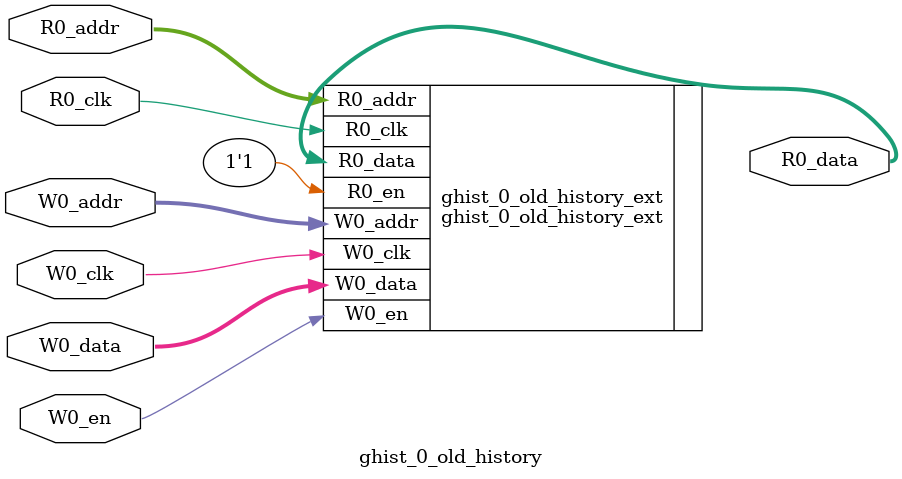
<source format=sv>
`ifndef RANDOMIZE
  `ifdef RANDOMIZE_REG_INIT
    `define RANDOMIZE
  `endif // RANDOMIZE_REG_INIT
`endif // not def RANDOMIZE
`ifndef RANDOMIZE
  `ifdef RANDOMIZE_MEM_INIT
    `define RANDOMIZE
  `endif // RANDOMIZE_MEM_INIT
`endif // not def RANDOMIZE

`ifndef RANDOM
  `define RANDOM $random
`endif // not def RANDOM

// Users can define 'PRINTF_COND' to add an extra gate to prints.
`ifndef PRINTF_COND_
  `ifdef PRINTF_COND
    `define PRINTF_COND_ (`PRINTF_COND)
  `else  // PRINTF_COND
    `define PRINTF_COND_ 1
  `endif // PRINTF_COND
`endif // not def PRINTF_COND_

// Users can define INIT_RANDOM as general code that gets injected into the
// initializer block for modules with registers.
`ifndef INIT_RANDOM
  `define INIT_RANDOM
`endif // not def INIT_RANDOM

// If using random initialization, you can also define RANDOMIZE_DELAY to
// customize the delay used, otherwise 0.002 is used.
`ifndef RANDOMIZE_DELAY
  `define RANDOMIZE_DELAY 0.002
`endif // not def RANDOMIZE_DELAY

// Define INIT_RANDOM_PROLOG_ for use in our modules below.
`ifndef INIT_RANDOM_PROLOG_
  `ifdef RANDOMIZE
    `ifdef VERILATOR
      `define INIT_RANDOM_PROLOG_ `INIT_RANDOM
    `else  // VERILATOR
      `define INIT_RANDOM_PROLOG_ `INIT_RANDOM #`RANDOMIZE_DELAY begin end
    `endif // VERILATOR
  `else  // RANDOMIZE
    `define INIT_RANDOM_PROLOG_
  `endif // RANDOMIZE
`endif // not def INIT_RANDOM_PROLOG_

// Include register initializers in init blocks unless synthesis is set
`ifndef SYNTHESIS
  `ifndef ENABLE_INITIAL_REG_
    `define ENABLE_INITIAL_REG_
  `endif // not def ENABLE_INITIAL_REG_
`endif // not def SYNTHESIS

// Include rmemory initializers in init blocks unless synthesis is set
`ifndef SYNTHESIS
  `ifndef ENABLE_INITIAL_MEM_
    `define ENABLE_INITIAL_MEM_
  `endif // not def ENABLE_INITIAL_MEM_
`endif // not def SYNTHESIS

module ghist_0_old_history(
  input  [5:0]  R0_addr,
  input         R0_clk,
  input  [5:0]  W0_addr,
  input         W0_en,
                W0_clk,
  input  [63:0] W0_data,
  output [63:0] R0_data
);

  ghist_0_old_history_ext ghist_0_old_history_ext (
    .R0_addr (R0_addr),
    .R0_en   (1'h1),
    .R0_clk  (R0_clk),
    .W0_addr (W0_addr),
    .W0_en   (W0_en),
    .W0_clk  (W0_clk),
    .W0_data (W0_data),
    .R0_data (R0_data)
  );
endmodule


</source>
